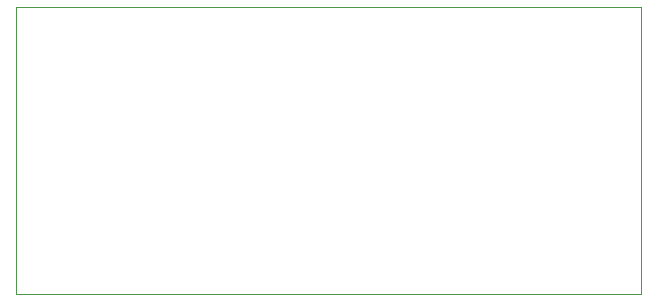
<source format=gbr>
%TF.GenerationSoftware,KiCad,Pcbnew,(6.0.4-0)*%
%TF.CreationDate,2022-07-14T08:44:55-06:00*%
%TF.ProjectId,25to25,3235746f-3235-42e6-9b69-6361645f7063,rev?*%
%TF.SameCoordinates,Original*%
%TF.FileFunction,Profile,NP*%
%FSLAX46Y46*%
G04 Gerber Fmt 4.6, Leading zero omitted, Abs format (unit mm)*
G04 Created by KiCad (PCBNEW (6.0.4-0)) date 2022-07-14 08:44:55*
%MOMM*%
%LPD*%
G01*
G04 APERTURE LIST*
%TA.AperFunction,Profile*%
%ADD10C,0.100000*%
%TD*%
G04 APERTURE END LIST*
D10*
X114400000Y-58500000D02*
X167300000Y-58500000D01*
X167300000Y-58500000D02*
X167300000Y-82800000D01*
X167300000Y-82800000D02*
X114400000Y-82800000D01*
X114400000Y-82800000D02*
X114400000Y-58500000D01*
M02*

</source>
